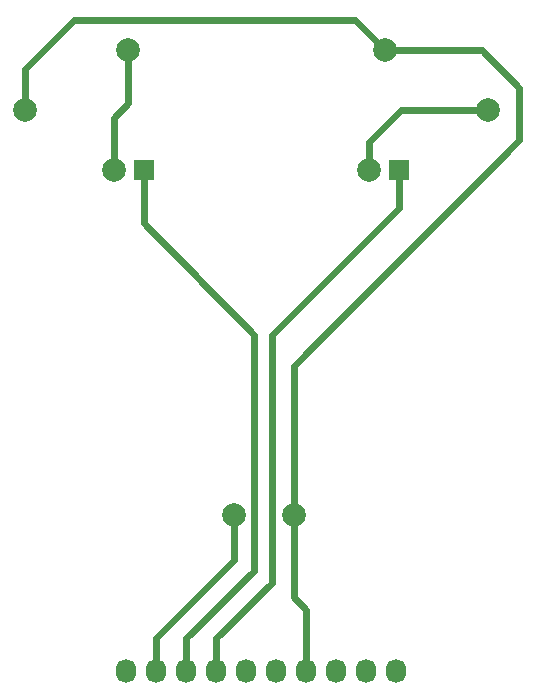
<source format=gbl>
G04 #@! TF.FileFunction,Copper,L2,Bot,Signal*
%FSLAX46Y46*%
G04 Gerber Fmt 4.6, Leading zero omitted, Abs format (unit mm)*
G04 Created by KiCad (PCBNEW (2015-04-22 BZR 5621)-product) date 6/30/2015 10:49:08 AM*
%MOMM*%
G01*
G04 APERTURE LIST*
%ADD10C,0.100000*%
%ADD11R,1.699260X1.699260*%
%ADD12C,1.998980*%
%ADD13O,1.720000X2.032000*%
%ADD14O,1.727200X2.032000*%
%ADD15C,2.000000*%
%ADD16C,0.609600*%
G04 APERTURE END LIST*
D10*
D11*
X118745000Y-105410000D03*
D12*
X116205000Y-105410000D03*
D11*
X97155000Y-105410000D03*
D12*
X94615000Y-105410000D03*
X117520591Y-95250000D03*
X126319409Y-100330000D03*
X87040591Y-100330000D03*
X95839409Y-95250000D03*
D13*
X95631000Y-147828000D03*
D14*
X98171000Y-147828000D03*
X100711000Y-147828000D03*
X103251000Y-147828000D03*
X105791000Y-147828000D03*
X108331000Y-147828000D03*
X110871000Y-147828000D03*
X113411000Y-147828000D03*
X115951000Y-147828000D03*
X118491000Y-147828000D03*
D15*
X109815000Y-134620000D03*
X104815000Y-134620000D03*
D16*
X100711000Y-145034000D02*
X106426000Y-139319000D01*
X106426000Y-139319000D02*
X106426000Y-138430000D01*
X106426000Y-138430000D02*
X106426000Y-119380000D01*
X97155000Y-109855000D02*
X97155000Y-105410000D01*
X106426000Y-119380000D02*
X97155000Y-109855000D01*
X100711000Y-147828000D02*
X100711000Y-145034000D01*
X95839409Y-99740591D02*
X94615000Y-100965000D01*
X94615000Y-100965000D02*
X94615000Y-105410000D01*
X95839409Y-95250000D02*
X95839409Y-99740591D01*
X103251000Y-145034000D02*
X107950000Y-140335000D01*
X107950000Y-140335000D02*
X107950000Y-137160000D01*
X118745000Y-108585000D02*
X118745000Y-105410000D01*
X107950000Y-137160000D02*
X107950000Y-119380000D01*
X107950000Y-119380000D02*
X118745000Y-108585000D01*
X103251000Y-147828000D02*
X103251000Y-145034000D01*
X118872000Y-100330000D02*
X126319409Y-100330000D01*
X116205000Y-102997000D02*
X118872000Y-100330000D01*
X116205000Y-105410000D02*
X116205000Y-102997000D01*
X98171000Y-145034000D02*
X104815000Y-138390000D01*
X104815000Y-138390000D02*
X104815000Y-134620000D01*
X98171000Y-147828000D02*
X98171000Y-145034000D01*
X114980591Y-92710000D02*
X117520591Y-95250000D01*
X87040591Y-100330000D02*
X87040591Y-96855409D01*
X87040591Y-96855409D02*
X91186000Y-92710000D01*
X91186000Y-92710000D02*
X113456591Y-92710000D01*
X113456591Y-92710000D02*
X114980591Y-92710000D01*
X109815000Y-121960000D02*
X128905000Y-102870000D01*
X128905000Y-102870000D02*
X128905000Y-98425000D01*
X128905000Y-98425000D02*
X125730000Y-95250000D01*
X125730000Y-95250000D02*
X117520591Y-95250000D01*
X109815000Y-134620000D02*
X109815000Y-121960000D01*
X110871000Y-142621000D02*
X109815000Y-141565000D01*
X109815000Y-141565000D02*
X109815000Y-134620000D01*
X110871000Y-147828000D02*
X110871000Y-142621000D01*
M02*

</source>
